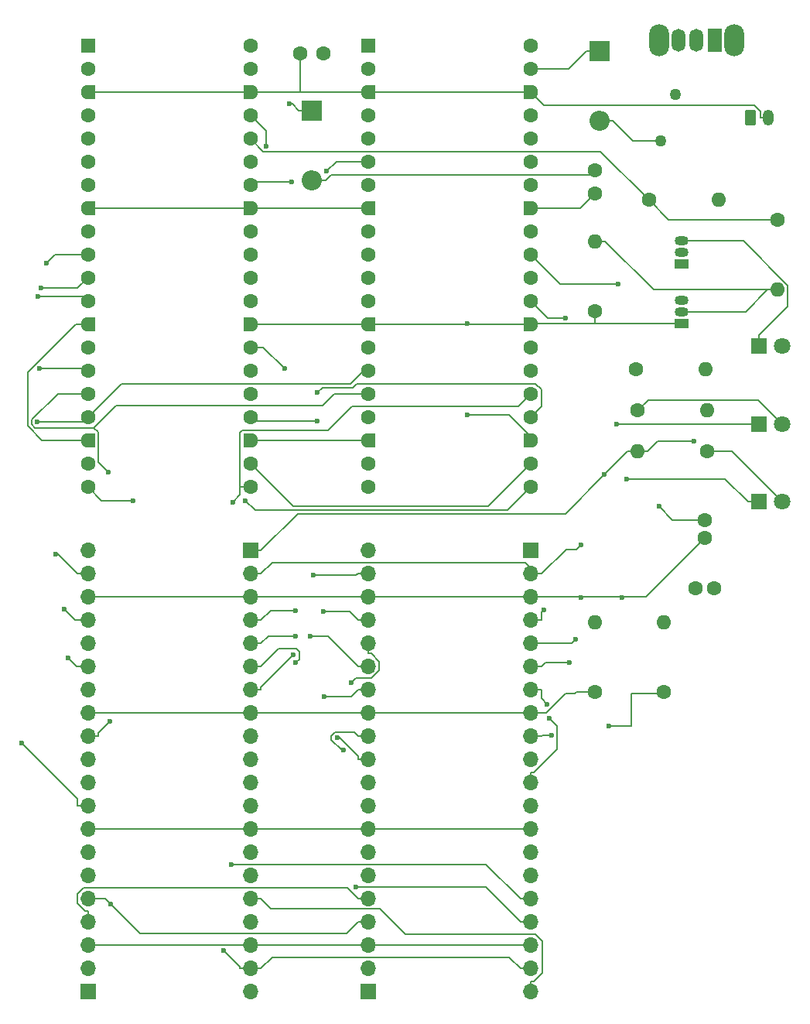
<source format=gbr>
%TF.GenerationSoftware,KiCad,Pcbnew,9.0.0*%
%TF.CreationDate,2025-09-21T20:59:59-04:00*%
%TF.ProjectId,Design V2.0,44657369-676e-4205-9632-2e302e6b6963,rev?*%
%TF.SameCoordinates,Original*%
%TF.FileFunction,Copper,L2,Bot*%
%TF.FilePolarity,Positive*%
%FSLAX46Y46*%
G04 Gerber Fmt 4.6, Leading zero omitted, Abs format (unit mm)*
G04 Created by KiCad (PCBNEW 9.0.0) date 2025-09-21 20:59:59*
%MOMM*%
%LPD*%
G01*
G04 APERTURE LIST*
G04 Aperture macros list*
%AMRoundRect*
0 Rectangle with rounded corners*
0 $1 Rounding radius*
0 $2 $3 $4 $5 $6 $7 $8 $9 X,Y pos of 4 corners*
0 Add a 4 corners polygon primitive as box body*
4,1,4,$2,$3,$4,$5,$6,$7,$8,$9,$2,$3,0*
0 Add four circle primitives for the rounded corners*
1,1,$1+$1,$2,$3*
1,1,$1+$1,$4,$5*
1,1,$1+$1,$6,$7*
1,1,$1+$1,$8,$9*
0 Add four rect primitives between the rounded corners*
20,1,$1+$1,$2,$3,$4,$5,0*
20,1,$1+$1,$4,$5,$6,$7,0*
20,1,$1+$1,$6,$7,$8,$9,0*
20,1,$1+$1,$8,$9,$2,$3,0*%
%AMFreePoly0*
4,1,37,0.603843,0.796157,0.639018,0.796157,0.711114,0.766294,0.766294,0.711114,0.796157,0.639018,0.796157,0.603843,0.800000,0.600000,0.800000,-0.600000,0.796157,-0.603843,0.796157,-0.639018,0.766294,-0.711114,0.711114,-0.766294,0.639018,-0.796157,0.603843,-0.796157,0.600000,-0.800000,0.000000,-0.800000,0.000000,-0.796148,-0.078414,-0.796148,-0.232228,-0.765552,-0.377117,-0.705537,
-0.507515,-0.618408,-0.618408,-0.507515,-0.705537,-0.377117,-0.765552,-0.232228,-0.796148,-0.078414,-0.796148,0.078414,-0.765552,0.232228,-0.705537,0.377117,-0.618408,0.507515,-0.507515,0.618408,-0.377117,0.705537,-0.232228,0.765552,-0.078414,0.796148,0.000000,0.796148,0.000000,0.800000,0.600000,0.800000,0.603843,0.796157,0.603843,0.796157,$1*%
%AMFreePoly1*
4,1,37,0.000000,0.796148,0.078414,0.796148,0.232228,0.765552,0.377117,0.705537,0.507515,0.618408,0.618408,0.507515,0.705537,0.377117,0.765552,0.232228,0.796148,0.078414,0.796148,-0.078414,0.765552,-0.232228,0.705537,-0.377117,0.618408,-0.507515,0.507515,-0.618408,0.377117,-0.705537,0.232228,-0.765552,0.078414,-0.796148,0.000000,-0.796148,0.000000,-0.800000,-0.600000,-0.800000,
-0.603843,-0.796157,-0.639018,-0.796157,-0.711114,-0.766294,-0.766294,-0.711114,-0.796157,-0.639018,-0.796157,-0.603843,-0.800000,-0.600000,-0.800000,0.600000,-0.796157,0.603843,-0.796157,0.639018,-0.766294,0.711114,-0.711114,0.766294,-0.639018,0.796157,-0.603843,0.796157,-0.600000,0.800000,0.000000,0.800000,0.000000,0.796148,0.000000,0.796148,$1*%
G04 Aperture macros list end*
%TA.AperFunction,Conductor*%
%ADD10C,0.200000*%
%TD*%
%TA.AperFunction,ComponentPad*%
%ADD11C,1.600000*%
%TD*%
%TA.AperFunction,ComponentPad*%
%ADD12O,1.600000X1.600000*%
%TD*%
%TA.AperFunction,ComponentPad*%
%ADD13R,1.800000X1.800000*%
%TD*%
%TA.AperFunction,ComponentPad*%
%ADD14C,1.800000*%
%TD*%
%TA.AperFunction,ComponentPad*%
%ADD15RoundRect,0.200000X-0.600000X-0.600000X0.600000X-0.600000X0.600000X0.600000X-0.600000X0.600000X0*%
%TD*%
%TA.AperFunction,ComponentPad*%
%ADD16FreePoly0,0.000000*%
%TD*%
%TA.AperFunction,ComponentPad*%
%ADD17FreePoly1,0.000000*%
%TD*%
%TA.AperFunction,ComponentPad*%
%ADD18C,1.270000*%
%TD*%
%TA.AperFunction,ComponentPad*%
%ADD19R,2.200000X2.200000*%
%TD*%
%TA.AperFunction,ComponentPad*%
%ADD20O,2.200000X2.200000*%
%TD*%
%TA.AperFunction,ComponentPad*%
%ADD21O,2.200000X3.500000*%
%TD*%
%TA.AperFunction,ComponentPad*%
%ADD22R,1.500000X2.500000*%
%TD*%
%TA.AperFunction,ComponentPad*%
%ADD23O,1.500000X2.500000*%
%TD*%
%TA.AperFunction,ComponentPad*%
%ADD24R,1.700000X1.700000*%
%TD*%
%TA.AperFunction,ComponentPad*%
%ADD25O,1.700000X1.700000*%
%TD*%
%TA.AperFunction,ComponentPad*%
%ADD26RoundRect,0.250000X-0.350000X-0.625000X0.350000X-0.625000X0.350000X0.625000X-0.350000X0.625000X0*%
%TD*%
%TA.AperFunction,ComponentPad*%
%ADD27O,1.200000X1.750000*%
%TD*%
%TA.AperFunction,ComponentPad*%
%ADD28R,1.500000X1.050000*%
%TD*%
%TA.AperFunction,ComponentPad*%
%ADD29O,1.500000X1.050000*%
%TD*%
%TA.AperFunction,ViaPad*%
%ADD30C,0.600000*%
%TD*%
G04 APERTURE END LIST*
D10*
%TO.N,B_3V3(OUT)*%
X228500000Y-103500000D02*
X232000000Y-103500000D01*
X228500000Y-107000000D02*
X228500000Y-103500000D01*
X226000000Y-107000000D02*
X228500000Y-107000000D01*
%TD*%
D11*
%TO.P,R6,1*%
%TO.N,GND*%
X224500000Y-61620000D03*
D12*
%TO.P,R6,2*%
%TO.N,Net-(Q4-B)*%
X224500000Y-54000000D03*
%TD*%
D11*
%TO.P,R5,1*%
%TO.N,A_3V3(OUT)*%
X244500000Y-51690000D03*
D12*
%TO.P,R5,2*%
%TO.N,Net-(Q4-B)*%
X244500000Y-59310000D03*
%TD*%
D13*
%TO.P,D4,1,K*%
%TO.N,~{STDBY}*%
X242460000Y-82500000D03*
D14*
%TO.P,D4,2,A*%
%TO.N,Net-(D4-A)*%
X245000000Y-82500000D03*
%TD*%
D11*
%TO.P,R8,1*%
%TO.N,Net-(D4-A)*%
X236810000Y-77000000D03*
D12*
%TO.P,R8,2*%
%TO.N,A-VBUS*%
X229190000Y-77000000D03*
%TD*%
D15*
%TO.P,A1,1,GPIO0*%
%TO.N,A_GPIO0*%
X169000000Y-32600000D03*
D11*
%TO.P,A1,2,GPIO1*%
%TO.N,A_GPIO1*%
X169000000Y-35140000D03*
D16*
%TO.P,A1,3,GND*%
%TO.N,GND*%
X169000000Y-37680000D03*
D11*
%TO.P,A1,4,GPIO2*%
%TO.N,A_GPIO2*%
X169000000Y-40220000D03*
%TO.P,A1,5,GPIO3*%
%TO.N,A_GPIO3*%
X169000000Y-42760000D03*
%TO.P,A1,6,GPIO4*%
%TO.N,A_GPIO4*%
X169000000Y-45300000D03*
%TO.P,A1,7,GPIO5*%
%TO.N,A_GPIO5*%
X169000000Y-47840000D03*
D16*
%TO.P,A1,8,GND*%
%TO.N,GND*%
X169000000Y-50380000D03*
D11*
%TO.P,A1,9,GPIO6*%
%TO.N,A_GPIO6*%
X169000000Y-52920000D03*
%TO.P,A1,10,GPIO7*%
%TO.N,A_GPIO7*%
X169000000Y-55460000D03*
%TO.P,A1,11,GPIO8*%
%TO.N,A_GPIO8*%
X169000000Y-58000000D03*
%TO.P,A1,12,GPIO9*%
%TO.N,A_GPIO9*%
X169000000Y-60540000D03*
D16*
%TO.P,A1,13,GND*%
%TO.N,GND*%
X169000000Y-63080000D03*
D11*
%TO.P,A1,14,GPIO10*%
%TO.N,A_GPIO10*%
X169000000Y-65620000D03*
%TO.P,A1,15,GPIO11*%
%TO.N,A_GPIO11*%
X169000000Y-68160000D03*
%TO.P,A1,16,GPIO12*%
%TO.N,UART_TX*%
X169000000Y-70700000D03*
%TO.P,A1,17,GPIO13*%
%TO.N,UART_RX*%
X169000000Y-73240000D03*
D16*
%TO.P,A1,18,GND*%
%TO.N,GND*%
X169000000Y-75780000D03*
D11*
%TO.P,A1,19,GPIO14*%
%TO.N,A_GPIO14*%
X169000000Y-78320000D03*
%TO.P,A1,20,GPIO15*%
%TO.N,A_GPIO15*%
X169000000Y-80860000D03*
%TO.P,A1,21,GPIO16*%
%TO.N,RX-TX*%
X186780000Y-80860000D03*
%TO.P,A1,22,GPIO17*%
%TO.N,CS*%
X186780000Y-78320000D03*
D17*
%TO.P,A1,23,GND*%
%TO.N,GND*%
X186780000Y-75780000D03*
D11*
%TO.P,A1,24,GPIO18*%
%TO.N,SCK*%
X186780000Y-73240000D03*
%TO.P,A1,25,GPIO19*%
%TO.N,TX-RX*%
X186780000Y-70700000D03*
%TO.P,A1,26,GPIO20*%
%TO.N,A_GPIO20*%
X186780000Y-68160000D03*
%TO.P,A1,27,GPIO21*%
%TO.N,A_GPIO21*%
X186780000Y-65620000D03*
D17*
%TO.P,A1,28,GND*%
%TO.N,GND*%
X186780000Y-63080000D03*
D11*
%TO.P,A1,29,GPIO22*%
%TO.N,A_GPIO22*%
X186780000Y-60540000D03*
%TO.P,A1,30,RUN*%
%TO.N,A_RUN*%
X186780000Y-58000000D03*
%TO.P,A1,31,GPIO26_ADC0*%
%TO.N,A_GPIO26*%
X186780000Y-55460000D03*
%TO.P,A1,32,GPIO27_ADC1*%
%TO.N,A_GPIO27*%
X186780000Y-52920000D03*
D17*
%TO.P,A1,33,AGND*%
%TO.N,GND*%
X186780000Y-50380000D03*
D11*
%TO.P,A1,34,GPIO28_ADC2*%
%TO.N,A_GPIO28*%
X186780000Y-47840000D03*
%TO.P,A1,35,ADC_VREF*%
%TO.N,A_ADC_VREF*%
X186780000Y-45300000D03*
%TO.P,A1,36,3V3*%
%TO.N,A_3V3(OUT)*%
X186780000Y-42760000D03*
%TO.P,A1,37,3V3_EN*%
%TO.N,A_3V3_EN*%
X186780000Y-40220000D03*
D17*
%TO.P,A1,38,GND*%
%TO.N,GND*%
X186780000Y-37680000D03*
D11*
%TO.P,A1,39,VSYS*%
%TO.N,Net-(A1-VSYS)*%
X186780000Y-35140000D03*
%TO.P,A1,40,VBUS*%
%TO.N,A-VBUS*%
X186780000Y-32600000D03*
%TD*%
D18*
%TO.P,F1,1*%
%TO.N,VSYS*%
X231700000Y-43050000D03*
%TO.P,F1,2*%
%TO.N,Net-(SW1-B)*%
X233300000Y-37950000D03*
%TD*%
D11*
%TO.P,R2,1*%
%TO.N,A_3V3(OUT)*%
X230380000Y-49500000D03*
D12*
%TO.P,R2,2*%
%TO.N,Net-(D2-A)*%
X238000000Y-49500000D03*
%TD*%
D19*
%TO.P,D5,1,K*%
%TO.N,Net-(A1-VSYS)*%
X193500000Y-39690000D03*
D20*
%TO.P,D5,2,A*%
%TO.N,VSYS*%
X193500000Y-47310000D03*
%TD*%
D21*
%TO.P,SW1,*%
%TO.N,*%
X239700000Y-32000000D03*
X231500000Y-32000000D03*
D22*
%TO.P,SW1,1,A*%
%TO.N,VBAT(+)*%
X237600000Y-32000000D03*
D23*
%TO.P,SW1,2,B*%
%TO.N,Net-(SW1-B)*%
X235600000Y-32000000D03*
%TO.P,SW1,3*%
%TO.N,N/C*%
X233600000Y-32000000D03*
%TD*%
D11*
%TO.P,C4,1*%
%TO.N,GND*%
X236500000Y-86500000D03*
%TO.P,C4,2*%
%TO.N,VBAT(+)*%
X236500000Y-84500000D03*
%TD*%
%TO.P,C2,1*%
%TO.N,GND*%
X224500000Y-48750000D03*
%TO.P,C2,2*%
%TO.N,VSYS*%
X224500000Y-46250000D03*
%TD*%
D24*
%TO.P,J4,1,Pin_1*%
%TO.N,B_GPIO15*%
X199720000Y-136060000D03*
D25*
%TO.P,J4,2,Pin_2*%
%TO.N,B_GPIO14*%
X199720000Y-133520000D03*
%TO.P,J4,3,Pin_3*%
%TO.N,GND*%
X199720000Y-130980000D03*
%TO.P,J4,4,Pin_4*%
%TO.N,UART_TX*%
X199720000Y-128440000D03*
%TO.P,J4,5,Pin_5*%
%TO.N,UART_RX*%
X199720000Y-125900000D03*
%TO.P,J4,6,Pin_6*%
%TO.N,B_GPIO11*%
X199720000Y-123360000D03*
%TO.P,J4,7,Pin_7*%
%TO.N,B_GPIO10*%
X199720000Y-120820000D03*
%TO.P,J4,8,Pin_8*%
%TO.N,GND*%
X199720000Y-118280000D03*
%TO.P,J4,9,Pin_9*%
%TO.N,B_GPIO9*%
X199720000Y-115740000D03*
%TO.P,J4,10,Pin_10*%
%TO.N,B_GPIO8*%
X199720000Y-113200000D03*
%TO.P,J4,11,Pin_11*%
%TO.N,B_GPIO7*%
X199720000Y-110660000D03*
%TO.P,J4,12,Pin_12*%
%TO.N,B_GPIO6*%
X199720000Y-108120000D03*
%TO.P,J4,13,Pin_13*%
%TO.N,GND*%
X199720000Y-105580000D03*
%TO.P,J4,14,Pin_14*%
%TO.N,B_GPIO5*%
X199720000Y-103040000D03*
%TO.P,J4,15,Pin_15*%
%TO.N,B_GPIO4*%
X199720000Y-100500000D03*
%TO.P,J4,16,Pin_16*%
%TO.N,B_GPIO3*%
X199720000Y-97960000D03*
%TO.P,J4,17,Pin_17*%
%TO.N,B_GPIO2*%
X199720000Y-95420000D03*
%TO.P,J4,18,Pin_18*%
%TO.N,GND*%
X199720000Y-92880000D03*
%TO.P,J4,19,Pin_19*%
%TO.N,B_GPIO1*%
X199720000Y-90340000D03*
%TO.P,J4,20,Pin_20*%
%TO.N,B_GPIO0*%
X199720000Y-87800000D03*
%TD*%
D24*
%TO.P,J3,1,Pin_1*%
%TO.N,A-VBUS*%
X186780000Y-87860000D03*
D25*
%TO.P,J3,2,Pin_2*%
%TO.N,VSYS*%
X186780000Y-90400000D03*
%TO.P,J3,3,Pin_3*%
%TO.N,GND*%
X186780000Y-92940000D03*
%TO.P,J3,4,Pin_4*%
%TO.N,A_3V3_EN*%
X186780000Y-95480000D03*
%TO.P,J3,5,Pin_5*%
%TO.N,A_3V3(OUT)*%
X186780000Y-98020000D03*
%TO.P,J3,6,Pin_6*%
%TO.N,A_ADC_VREF*%
X186780000Y-100560000D03*
%TO.P,J3,7,Pin_7*%
%TO.N,A_GPIO28*%
X186780000Y-103100000D03*
%TO.P,J3,8,Pin_8*%
%TO.N,GND*%
X186780000Y-105640000D03*
%TO.P,J3,9,Pin_9*%
%TO.N,A_GPIO27*%
X186780000Y-108180000D03*
%TO.P,J3,10,Pin_10*%
%TO.N,A_GPIO26*%
X186780000Y-110720000D03*
%TO.P,J3,11,Pin_11*%
%TO.N,A_RUN*%
X186780000Y-113260000D03*
%TO.P,J3,12,Pin_12*%
%TO.N,A_GPIO22*%
X186780000Y-115800000D03*
%TO.P,J3,13,Pin_13*%
%TO.N,GND*%
X186780000Y-118340000D03*
%TO.P,J3,14,Pin_14*%
%TO.N,A_GPIO21*%
X186780000Y-120880000D03*
%TO.P,J3,15,Pin_15*%
%TO.N,A_GPIO20*%
X186780000Y-123420000D03*
%TO.P,J3,16,Pin_16*%
%TO.N,TX-RX*%
X186780000Y-125960000D03*
%TO.P,J3,17,Pin_17*%
%TO.N,SCK*%
X186780000Y-128500000D03*
%TO.P,J3,18,Pin_18*%
%TO.N,GND*%
X186780000Y-131040000D03*
%TO.P,J3,19,Pin_19*%
%TO.N,CS*%
X186780000Y-133580000D03*
%TO.P,J3,20,Pin_20*%
%TO.N,RX-TX*%
X186780000Y-136120000D03*
%TD*%
D26*
%TO.P,J1,1,Pin_1*%
%TO.N,VBAT(+)*%
X241500000Y-40500000D03*
D27*
%TO.P,J1,2,Pin_2*%
%TO.N,GND*%
X243500000Y-40500000D03*
%TD*%
D11*
%TO.P,C1,1*%
%TO.N,VSYS*%
X194750000Y-33500000D03*
%TO.P,C1,2*%
%TO.N,GND*%
X192250000Y-33500000D03*
%TD*%
D24*
%TO.P,J2,1,Pin_1*%
%TO.N,A_GPIO15*%
X169000000Y-136060000D03*
D25*
%TO.P,J2,2,Pin_2*%
%TO.N,A_GPIO14*%
X169000000Y-133520000D03*
%TO.P,J2,3,Pin_3*%
%TO.N,GND*%
X169000000Y-130980000D03*
%TO.P,J2,4,Pin_4*%
%TO.N,UART_RX*%
X169000000Y-128440000D03*
%TO.P,J2,5,Pin_5*%
%TO.N,UART_TX*%
X169000000Y-125900000D03*
%TO.P,J2,6,Pin_6*%
%TO.N,A_GPIO11*%
X169000000Y-123360000D03*
%TO.P,J2,7,Pin_7*%
%TO.N,A_GPIO10*%
X169000000Y-120820000D03*
%TO.P,J2,8,Pin_8*%
%TO.N,GND*%
X169000000Y-118280000D03*
%TO.P,J2,9,Pin_9*%
%TO.N,A_GPIO9*%
X169000000Y-115740000D03*
%TO.P,J2,10,Pin_10*%
%TO.N,A_GPIO8*%
X169000000Y-113200000D03*
%TO.P,J2,11,Pin_11*%
%TO.N,A_GPIO7*%
X169000000Y-110660000D03*
%TO.P,J2,12,Pin_12*%
%TO.N,A_GPIO6*%
X169000000Y-108120000D03*
%TO.P,J2,13,Pin_13*%
%TO.N,GND*%
X169000000Y-105580000D03*
%TO.P,J2,14,Pin_14*%
%TO.N,A_GPIO5*%
X169000000Y-103040000D03*
%TO.P,J2,15,Pin_15*%
%TO.N,A_GPIO4*%
X169000000Y-100500000D03*
%TO.P,J2,16,Pin_16*%
%TO.N,A_GPIO3*%
X169000000Y-97960000D03*
%TO.P,J2,17,Pin_17*%
%TO.N,A_GPIO2*%
X169000000Y-95420000D03*
%TO.P,J2,18,Pin_18*%
%TO.N,GND*%
X169000000Y-92880000D03*
%TO.P,J2,19,Pin_19*%
%TO.N,A_GPIO1*%
X169000000Y-90340000D03*
%TO.P,J2,20,Pin_20*%
%TO.N,A_GPIO0*%
X169000000Y-87800000D03*
%TD*%
D11*
%TO.P,R7,1*%
%TO.N,Net-(Q3-E)*%
X229000000Y-68000000D03*
D12*
%TO.P,R7,2*%
%TO.N,Net-(Q3-B)*%
X236620000Y-68000000D03*
%TD*%
D13*
%TO.P,D2,1,K*%
%TO.N,Net-(D2-K)*%
X242460000Y-65500000D03*
D14*
%TO.P,D2,2,A*%
%TO.N,Net-(D2-A)*%
X245000000Y-65500000D03*
%TD*%
D13*
%TO.P,D3,1,K*%
%TO.N,~{CHRG}*%
X242460000Y-74000000D03*
D14*
%TO.P,D3,2,A*%
%TO.N,Net-(D3-A)*%
X245000000Y-74000000D03*
%TD*%
D11*
%TO.P,C3,1*%
%TO.N,GND*%
X237500000Y-92000000D03*
%TO.P,C3,2*%
%TO.N,A-VBUS*%
X235500000Y-92000000D03*
%TD*%
D19*
%TO.P,D6,1,K*%
%TO.N,Net-(A2-VSYS)*%
X225000000Y-33190000D03*
D20*
%TO.P,D6,2,A*%
%TO.N,VSYS*%
X225000000Y-40810000D03*
%TD*%
D28*
%TO.P,Q3,1,E*%
%TO.N,Net-(Q3-E)*%
X234000000Y-56500000D03*
D29*
%TO.P,Q3,2,B*%
%TO.N,Net-(Q3-B)*%
X234000000Y-55230000D03*
%TO.P,Q3,3,C*%
%TO.N,Net-(D2-K)*%
X234000000Y-53960000D03*
%TD*%
D11*
%TO.P,R3,1*%
%TO.N,Net-(D3-A)*%
X229190000Y-72500000D03*
D12*
%TO.P,R3,2*%
%TO.N,A-VBUS*%
X236810000Y-72500000D03*
%TD*%
D24*
%TO.P,J5,1,Pin_1*%
%TO.N,B-VBUS*%
X217500000Y-87860000D03*
D25*
%TO.P,J5,2,Pin_2*%
%TO.N,VSYS*%
X217500000Y-90400000D03*
%TO.P,J5,3,Pin_3*%
%TO.N,GND*%
X217500000Y-92940000D03*
%TO.P,J5,4,Pin_4*%
%TO.N,B_3V3_EN*%
X217500000Y-95480000D03*
%TO.P,J5,5,Pin_5*%
%TO.N,B_3V3(OUT)*%
X217500000Y-98020000D03*
%TO.P,J5,6,Pin_6*%
%TO.N,B_ADC_VREF*%
X217500000Y-100560000D03*
%TO.P,J5,7,Pin_7*%
%TO.N,B_GPIO28*%
X217500000Y-103100000D03*
%TO.P,J5,8,Pin_8*%
%TO.N,GND*%
X217500000Y-105640000D03*
%TO.P,J5,9,Pin_9*%
%TO.N,B_GPIO27*%
X217500000Y-108180000D03*
%TO.P,J5,10,Pin_10*%
%TO.N,B_GPIO26*%
X217500000Y-110720000D03*
%TO.P,J5,11,Pin_11*%
%TO.N,B_RUN*%
X217500000Y-113260000D03*
%TO.P,J5,12,Pin_12*%
%TO.N,B_GPIO22*%
X217500000Y-115800000D03*
%TO.P,J5,13,Pin_13*%
%TO.N,GND*%
X217500000Y-118340000D03*
%TO.P,J5,14,Pin_14*%
%TO.N,B_GPIO21*%
X217500000Y-120880000D03*
%TO.P,J5,15,Pin_15*%
%TO.N,B_GPIO20*%
X217500000Y-123420000D03*
%TO.P,J5,16,Pin_16*%
%TO.N,RX-TX*%
X217500000Y-125960000D03*
%TO.P,J5,17,Pin_17*%
%TO.N,SCK*%
X217500000Y-128500000D03*
%TO.P,J5,18,Pin_18*%
%TO.N,GND*%
X217500000Y-131040000D03*
%TO.P,J5,19,Pin_19*%
%TO.N,CS*%
X217500000Y-133580000D03*
%TO.P,J5,20,Pin_20*%
%TO.N,TX-RX*%
X217500000Y-136120000D03*
%TD*%
D15*
%TO.P,A2,1,GPIO0*%
%TO.N,B_GPIO0*%
X199720000Y-32600000D03*
D11*
%TO.P,A2,2,GPIO1*%
%TO.N,B_GPIO1*%
X199720000Y-35140000D03*
D16*
%TO.P,A2,3,GND*%
%TO.N,GND*%
X199720000Y-37680000D03*
D11*
%TO.P,A2,4,GPIO2*%
%TO.N,B_GPIO2*%
X199720000Y-40220000D03*
%TO.P,A2,5,GPIO3*%
%TO.N,B_GPIO3*%
X199720000Y-42760000D03*
%TO.P,A2,6,GPIO4*%
%TO.N,B_GPIO4*%
X199720000Y-45300000D03*
%TO.P,A2,7,GPIO5*%
%TO.N,B_GPIO5*%
X199720000Y-47840000D03*
D16*
%TO.P,A2,8,GND*%
%TO.N,GND*%
X199720000Y-50380000D03*
D11*
%TO.P,A2,9,GPIO6*%
%TO.N,B_GPIO6*%
X199720000Y-52920000D03*
%TO.P,A2,10,GPIO7*%
%TO.N,B_GPIO7*%
X199720000Y-55460000D03*
%TO.P,A2,11,GPIO8*%
%TO.N,B_GPIO8*%
X199720000Y-58000000D03*
%TO.P,A2,12,GPIO9*%
%TO.N,B_GPIO9*%
X199720000Y-60540000D03*
D16*
%TO.P,A2,13,GND*%
%TO.N,GND*%
X199720000Y-63080000D03*
D11*
%TO.P,A2,14,GPIO10*%
%TO.N,B_GPIO10*%
X199720000Y-65620000D03*
%TO.P,A2,15,GPIO11*%
%TO.N,UART_RX*%
X199720000Y-68160000D03*
%TO.P,A2,16,GPIO12*%
%TO.N,UART_TX*%
X199720000Y-70700000D03*
%TO.P,A2,17,GPIO13*%
%TO.N,B_GPIO13*%
X199720000Y-73240000D03*
D16*
%TO.P,A2,18,GND*%
%TO.N,GND*%
X199720000Y-75780000D03*
D11*
%TO.P,A2,19,GPIO14*%
%TO.N,B_GPIO14*%
X199720000Y-78320000D03*
%TO.P,A2,20,GPIO15*%
%TO.N,B_GPIO15*%
X199720000Y-80860000D03*
%TO.P,A2,21,GPIO16*%
%TO.N,TX-RX*%
X217500000Y-80860000D03*
%TO.P,A2,22,GPIO17*%
%TO.N,CS*%
X217500000Y-78320000D03*
D17*
%TO.P,A2,23,GND*%
%TO.N,GND*%
X217500000Y-75780000D03*
D11*
%TO.P,A2,24,GPIO18*%
%TO.N,SCK*%
X217500000Y-73240000D03*
%TO.P,A2,25,GPIO19*%
%TO.N,RX-TX*%
X217500000Y-70700000D03*
%TO.P,A2,26,GPIO20*%
%TO.N,B_GPIO20*%
X217500000Y-68160000D03*
%TO.P,A2,27,GPIO21*%
%TO.N,B_GPIO21*%
X217500000Y-65620000D03*
D17*
%TO.P,A2,28,GND*%
%TO.N,GND*%
X217500000Y-63080000D03*
D11*
%TO.P,A2,29,GPIO22*%
%TO.N,B_GPIO22*%
X217500000Y-60540000D03*
%TO.P,A2,30,RUN*%
%TO.N,B_RUN*%
X217500000Y-58000000D03*
%TO.P,A2,31,GPIO26_ADC0*%
%TO.N,B_GPIO26*%
X217500000Y-55460000D03*
%TO.P,A2,32,GPIO27_ADC1*%
%TO.N,B_GPIO27*%
X217500000Y-52920000D03*
D17*
%TO.P,A2,33,AGND*%
%TO.N,GND*%
X217500000Y-50380000D03*
D11*
%TO.P,A2,34,GPIO28_ADC2*%
%TO.N,B_GPIO28*%
X217500000Y-47840000D03*
%TO.P,A2,35,ADC_VREF*%
%TO.N,B_ADC_VREF*%
X217500000Y-45300000D03*
%TO.P,A2,36,3V3*%
%TO.N,B_3V3(OUT)*%
X217500000Y-42760000D03*
%TO.P,A2,37,3V3_EN*%
%TO.N,B_3V3_EN*%
X217500000Y-40220000D03*
D17*
%TO.P,A2,38,GND*%
%TO.N,GND*%
X217500000Y-37680000D03*
D11*
%TO.P,A2,39,VSYS*%
%TO.N,Net-(A2-VSYS)*%
X217500000Y-35140000D03*
%TO.P,A2,40,VBUS*%
%TO.N,B-VBUS*%
X217500000Y-32600000D03*
%TD*%
D28*
%TO.P,Q4,1,E*%
%TO.N,GND*%
X234000000Y-63000000D03*
D29*
%TO.P,Q4,2,B*%
%TO.N,Net-(Q4-B)*%
X234000000Y-61730000D03*
%TO.P,Q4,3,C*%
%TO.N,Net-(Q3-E)*%
X234000000Y-60460000D03*
%TD*%
D11*
%TO.P,R4,1*%
%TO.N,B_3V3(OUT)*%
X232000000Y-103310000D03*
D12*
%TO.P,R4,2*%
%TO.N,Net-(Q3-B)*%
X232000000Y-95690000D03*
%TD*%
D11*
%TO.P,R1,1*%
%TO.N,GND*%
X224500000Y-103310000D03*
D12*
%TO.P,R1,2*%
%TO.N,Net-(U1-PROG)*%
X224500000Y-95690000D03*
%TD*%
D30*
%TO.N,B_3V3(OUT)*%
X226000000Y-107000000D03*
%TO.N,GND*%
X210500000Y-63000000D03*
X210500000Y-73000000D03*
%TO.N,A-VBUS*%
X225544150Y-79544150D03*
%TO.N,VBAT(+)*%
X231499500Y-83000500D03*
%TO.N,GND*%
X227500000Y-93000000D03*
X223000000Y-93000000D03*
%TO.N,~{STDBY}*%
X228000000Y-80000000D03*
%TO.N,~{CHRG}*%
X226865000Y-74018200D03*
%TO.N,VSYS*%
X222946100Y-87259900D03*
%TO.N,B_3V3_EN*%
X218883400Y-94359700D03*
%TO.N,B_GPIO22*%
X221291600Y-62383500D03*
%TO.N,B_GPIO3*%
X197842100Y-102277000D03*
%TO.N,B_GPIO2*%
X194752900Y-94511400D03*
%TO.N,B_GPIO28*%
X219275600Y-104653000D03*
%TO.N,B_GPIO1*%
X193655200Y-90553800D03*
%TO.N,B_3V3(OUT)*%
X222413700Y-97539500D03*
%TO.N,B_GPIO26*%
X227064700Y-58672900D03*
%TO.N,B_GPIO4*%
X195139100Y-46371800D03*
X193373000Y-97211300D03*
%TO.N,B_ADC_VREF*%
X221694800Y-100138300D03*
%TO.N,B_RUN*%
X219476400Y-106194700D03*
%TO.N,B_GPIO5*%
X194834300Y-103814800D03*
%TO.N,B_GPIO27*%
X219730900Y-108066100D03*
%TO.N,B_GPIO6*%
X197014600Y-109698400D03*
%TO.N,B_GPIO7*%
X196260700Y-108325800D03*
%TO.N,A_GPIO15*%
X173946300Y-82361800D03*
%TO.N,A_GPIO28*%
X191501400Y-99212300D03*
X191286000Y-47518500D03*
%TO.N,A_GPIO11*%
X163722400Y-67928300D03*
%TO.N,UART_TX*%
X171487100Y-126494300D03*
X171215500Y-79306700D03*
%TO.N,A_GPIO21*%
X190515900Y-67928300D03*
%TO.N,A_GPIO9*%
X161796600Y-108924500D03*
X163558500Y-60025500D03*
%TO.N,A_GPIO1*%
X165467300Y-88267800D03*
%TO.N,A_ADC_VREF*%
X191749300Y-100139600D03*
%TO.N,A_GPIO4*%
X166837600Y-99602100D03*
%TO.N,RX-TX*%
X184841800Y-82569800D03*
X184731100Y-122162500D03*
%TO.N,A-VBUS*%
X235330100Y-75926600D03*
%TO.N,A_GPIO8*%
X163867400Y-59142200D03*
%TO.N,CS*%
X183845900Y-131610700D03*
%TO.N,TX-RX*%
X186256000Y-82365300D03*
%TO.N,A_GPIO6*%
X171417300Y-106536500D03*
%TO.N,A_3V3_EN*%
X188486600Y-43590500D03*
X191727000Y-94393900D03*
%TO.N,UART_RX*%
X163485400Y-73783300D03*
%TO.N,A_GPIO7*%
X164463800Y-56421200D03*
%TO.N,Net-(A1-VSYS)*%
X191083500Y-38969300D03*
%TO.N,A_GPIO2*%
X166411300Y-94258400D03*
%TO.N,A_3V3(OUT)*%
X191749300Y-97211300D03*
%TO.N,SCK*%
X198299600Y-124692300D03*
X194078800Y-73711700D03*
X194078800Y-70592300D03*
%TD*%
D10*
%TO.N,GND*%
X222500000Y-103310000D02*
X224500000Y-103310000D01*
X221279500Y-103500000D02*
X222310000Y-103500000D01*
X222310000Y-103500000D02*
X222500000Y-103310000D01*
X219139500Y-105640000D02*
X221279500Y-103500000D01*
X217500000Y-105640000D02*
X219139500Y-105640000D01*
X217500000Y-75377164D02*
X215122836Y-73000000D01*
X217500000Y-75780000D02*
X217500000Y-75377164D01*
X215122836Y-73000000D02*
X210500000Y-73000000D01*
%TO.N,A-VBUS*%
X225544150Y-79544150D02*
X228088300Y-77000000D01*
%TO.N,~{CHRG}*%
X227313400Y-74000000D02*
X242460000Y-74000000D01*
X226865000Y-74018200D02*
X227295200Y-74018200D01*
X227295200Y-74018200D02*
X227313400Y-74000000D01*
%TO.N,~{STDBY}*%
X241258300Y-82500000D02*
X242460000Y-82500000D01*
X228000000Y-80000000D02*
X238758300Y-80000000D01*
X238758300Y-80000000D02*
X241258300Y-82500000D01*
%TO.N,VBAT(+)*%
X231499500Y-83000500D02*
X232999000Y-84500000D01*
X232999000Y-84500000D02*
X236500000Y-84500000D01*
X231499000Y-83000000D02*
X231499500Y-83000500D01*
%TO.N,VSYS*%
X218651700Y-90400000D02*
X218075900Y-90400000D01*
X221341700Y-87710000D02*
X218651700Y-90400000D01*
X222496000Y-87710000D02*
X221341700Y-87710000D01*
X222946100Y-87259900D02*
X222496000Y-87710000D01*
%TO.N,Net-(Q4-B)*%
X240978300Y-61730000D02*
X243398300Y-59310000D01*
X234000000Y-61730000D02*
X240978300Y-61730000D01*
X244500000Y-59310000D02*
X243398300Y-59310000D01*
X230911700Y-59310000D02*
X243398300Y-59310000D01*
X225601700Y-54000000D02*
X230911700Y-59310000D01*
X224500000Y-54000000D02*
X225601700Y-54000000D01*
%TO.N,Net-(D4-A)*%
X239500000Y-77000000D02*
X236810000Y-77000000D01*
X245000000Y-82500000D02*
X239500000Y-77000000D01*
%TO.N,Net-(D3-A)*%
X230315600Y-71374400D02*
X229190000Y-72500000D01*
X242374400Y-71374400D02*
X230315600Y-71374400D01*
X245000000Y-74000000D02*
X242374400Y-71374400D01*
%TO.N,Net-(D2-K)*%
X240716700Y-53960000D02*
X234000000Y-53960000D01*
X245612500Y-58855800D02*
X240716700Y-53960000D01*
X245612500Y-61145800D02*
X245612500Y-58855800D01*
X242460000Y-64298300D02*
X245612500Y-61145800D01*
X242460000Y-65500000D02*
X242460000Y-64298300D01*
%TO.N,VSYS*%
X228641700Y-43050000D02*
X226401700Y-40810000D01*
X231700000Y-43050000D02*
X228641700Y-43050000D01*
X225000000Y-40810000D02*
X226401700Y-40810000D01*
X193500000Y-47310000D02*
X194901700Y-47310000D01*
X224020700Y-46729300D02*
X224500000Y-46250000D01*
X195632500Y-46729300D02*
X224020700Y-46729300D01*
X195051800Y-47310000D02*
X195632500Y-46729300D01*
X194901700Y-47310000D02*
X195051800Y-47310000D01*
X217500000Y-90400000D02*
X218075900Y-90400000D01*
X189165000Y-89166700D02*
X187931700Y-90400000D01*
X216842600Y-89166700D02*
X189165000Y-89166700D01*
X218075900Y-90400000D02*
X216842600Y-89166700D01*
X186780000Y-90400000D02*
X187931700Y-90400000D01*
%TO.N,B_3V3_EN*%
X217500000Y-95480000D02*
X218651700Y-95480000D01*
X218651700Y-94591400D02*
X218883400Y-94359700D01*
X218651700Y-95480000D02*
X218651700Y-94591400D01*
%TO.N,B_GPIO22*%
X219343500Y-62383500D02*
X221291600Y-62383500D01*
X217500000Y-60540000D02*
X219343500Y-62383500D01*
%TO.N,B_GPIO3*%
X199720000Y-97960000D02*
X199720000Y-99111700D01*
X198303600Y-101815500D02*
X197842100Y-102277000D01*
X200051700Y-101815500D02*
X198303600Y-101815500D01*
X200914200Y-100953000D02*
X200051700Y-101815500D01*
X200914200Y-100018000D02*
X200914200Y-100953000D01*
X200007900Y-99111700D02*
X200914200Y-100018000D01*
X199720000Y-99111700D02*
X200007900Y-99111700D01*
%TO.N,Net-(A2-VSYS)*%
X221648300Y-35140000D02*
X217500000Y-35140000D01*
X223598300Y-33190000D02*
X221648300Y-35140000D01*
X225000000Y-33190000D02*
X223598300Y-33190000D01*
%TO.N,B_GPIO2*%
X199720000Y-95420000D02*
X198568300Y-95420000D01*
X197659700Y-94511400D02*
X194752900Y-94511400D01*
X198568300Y-95420000D02*
X197659700Y-94511400D01*
%TO.N,B_GPIO28*%
X218651700Y-104029100D02*
X219275600Y-104653000D01*
X218651700Y-103100000D02*
X218651700Y-104029100D01*
X217500000Y-103100000D02*
X218651700Y-103100000D01*
%TO.N,B_GPIO1*%
X199720000Y-90340000D02*
X198568300Y-90340000D01*
X198354500Y-90553800D02*
X193655200Y-90553800D01*
X198568300Y-90340000D02*
X198354500Y-90553800D01*
%TO.N,B_3V3(OUT)*%
X221933200Y-98020000D02*
X222413700Y-97539500D01*
X217500000Y-98020000D02*
X221933200Y-98020000D01*
%TO.N,B_GPIO26*%
X220712900Y-58672900D02*
X227064700Y-58672900D01*
X217500000Y-55460000D02*
X220712900Y-58672900D01*
%TO.N,B_GPIO4*%
X199720000Y-100500000D02*
X198568300Y-100500000D01*
X196210900Y-45300000D02*
X195139100Y-46371800D01*
X199720000Y-45300000D02*
X196210900Y-45300000D01*
X195279600Y-97211300D02*
X198568300Y-100500000D01*
X193334200Y-97211300D02*
X195279600Y-97211300D01*
X193334200Y-97211300D02*
X193373000Y-97211300D01*
%TO.N,B_ADC_VREF*%
X217500000Y-100560000D02*
X218651700Y-100560000D01*
X219073400Y-100138300D02*
X221694800Y-100138300D01*
X218651700Y-100560000D02*
X219073400Y-100138300D01*
%TO.N,B_RUN*%
X220337100Y-107055400D02*
X219476400Y-106194700D01*
X220337100Y-109559100D02*
X220337100Y-107055400D01*
X217787900Y-112108300D02*
X220337100Y-109559100D01*
X217500000Y-112108300D02*
X217787900Y-112108300D01*
X217500000Y-113260000D02*
X217500000Y-112108300D01*
%TO.N,B_GPIO5*%
X197793500Y-103814800D02*
X198568300Y-103040000D01*
X194834300Y-103814800D02*
X197793500Y-103814800D01*
X199720000Y-103040000D02*
X198568300Y-103040000D01*
%TO.N,B_GPIO27*%
X218765600Y-108066100D02*
X218651700Y-108180000D01*
X219732500Y-108066100D02*
X218765600Y-108066100D01*
X217500000Y-108180000D02*
X218651700Y-108180000D01*
X219732500Y-108066100D02*
X219730900Y-108066100D01*
%TO.N,B_GPIO6*%
X199720000Y-108120000D02*
X198568300Y-108120000D01*
X196769500Y-109698400D02*
X197014600Y-109698400D01*
X195613400Y-108542300D02*
X196769500Y-109698400D01*
X195613400Y-108122300D02*
X195613400Y-108542300D01*
X196011600Y-107724100D02*
X195613400Y-108122300D01*
X198172400Y-107724100D02*
X196011600Y-107724100D01*
X198568300Y-108120000D02*
X198172400Y-107724100D01*
%TO.N,B_GPIO7*%
X196542000Y-108325800D02*
X196260700Y-108325800D01*
X198568300Y-110352100D02*
X196542000Y-108325800D01*
X198568300Y-110660000D02*
X198568300Y-110352100D01*
X199720000Y-110660000D02*
X198568300Y-110660000D01*
%TO.N,A_GPIO15*%
X170501800Y-82361800D02*
X173946300Y-82361800D01*
X169000000Y-80860000D02*
X170501800Y-82361800D01*
%TO.N,A_GPIO28*%
X187931700Y-102782000D02*
X191501400Y-99212300D01*
X187931700Y-103100000D02*
X187931700Y-102782000D01*
X187101500Y-47518500D02*
X186780000Y-47840000D01*
X191286000Y-47518500D02*
X187101500Y-47518500D01*
X186780000Y-103100000D02*
X187931700Y-103100000D01*
%TO.N,A_GPIO11*%
X168768300Y-67928300D02*
X169000000Y-68160000D01*
X163722400Y-67928300D02*
X168768300Y-67928300D01*
%TO.N,UART_TX*%
X199720000Y-128440000D02*
X198568300Y-128440000D01*
X169000000Y-125900000D02*
X170050900Y-125900000D01*
X195981000Y-70700000D02*
X199720000Y-70700000D01*
X194692800Y-71988200D02*
X195981000Y-70700000D01*
X172058100Y-71988200D02*
X194692800Y-71988200D01*
X169628300Y-74418000D02*
X172058100Y-71988200D01*
X170111300Y-74901000D02*
X169628300Y-74418000D01*
X170111300Y-78202500D02*
X170111300Y-74901000D01*
X171215500Y-79306700D02*
X170111300Y-78202500D01*
X163237900Y-74418000D02*
X169628300Y-74418000D01*
X162871100Y-74051200D02*
X163237900Y-74418000D01*
X162871100Y-73545700D02*
X162871100Y-74051200D01*
X165716800Y-70700000D02*
X162871100Y-73545700D01*
X169000000Y-70700000D02*
X165716800Y-70700000D01*
X170892800Y-125900000D02*
X171487100Y-126494300D01*
X170050900Y-125900000D02*
X170892800Y-125900000D01*
X174692200Y-129699400D02*
X171487100Y-126494300D01*
X197308900Y-129699400D02*
X174692200Y-129699400D01*
X198568300Y-128440000D02*
X197308900Y-129699400D01*
%TO.N,A_GPIO21*%
X188207600Y-65620000D02*
X190515900Y-67928300D01*
X186780000Y-65620000D02*
X188207600Y-65620000D01*
%TO.N,A_GPIO9*%
X167848300Y-114976200D02*
X161796600Y-108924500D01*
X167848300Y-115740000D02*
X167848300Y-114976200D01*
X168485500Y-60025500D02*
X169000000Y-60540000D01*
X163558500Y-60025500D02*
X168485500Y-60025500D01*
X169000000Y-115740000D02*
X167848300Y-115740000D01*
%TO.N,A_GPIO1*%
X169000000Y-90340000D02*
X167848300Y-90340000D01*
X165776100Y-88267800D02*
X165467300Y-88267800D01*
X167848300Y-90340000D02*
X165776100Y-88267800D01*
%TO.N,A_ADC_VREF*%
X192142600Y-99746300D02*
X191749300Y-100139600D01*
X192142600Y-98946200D02*
X192142600Y-99746300D01*
X191790800Y-98594400D02*
X192142600Y-98946200D01*
X189897300Y-98594400D02*
X191790800Y-98594400D01*
X187931700Y-100560000D02*
X189897300Y-98594400D01*
X186780000Y-100560000D02*
X187931700Y-100560000D01*
%TO.N,A_GPIO4*%
X167735500Y-100500000D02*
X166837600Y-99602100D01*
X169000000Y-100500000D02*
X167735500Y-100500000D01*
%TO.N,RX-TX*%
X212550800Y-122162500D02*
X216348300Y-125960000D01*
X184731100Y-122162500D02*
X212550800Y-122162500D01*
X217500000Y-125960000D02*
X216348300Y-125960000D01*
X185644100Y-80860000D02*
X185644200Y-80860000D01*
X185644100Y-81767500D02*
X185644100Y-80860000D01*
X184841800Y-82569800D02*
X185644100Y-81767500D01*
X216125000Y-72075000D02*
X217500000Y-70700000D01*
X197871300Y-72075000D02*
X216125000Y-72075000D01*
X195268000Y-74678300D02*
X197871300Y-72075000D01*
X185909500Y-74678300D02*
X195268000Y-74678300D01*
X185644200Y-74943600D02*
X185909500Y-74678300D01*
X185644200Y-80860000D02*
X185644200Y-74943600D01*
X186780000Y-80860000D02*
X185644200Y-80860000D01*
%TO.N,A-VBUS*%
X186780000Y-87860000D02*
X187931700Y-87860000D01*
X229190000Y-77000000D02*
X228088300Y-77000000D01*
X229190000Y-77000000D02*
X230291700Y-77000000D01*
X231365100Y-75926600D02*
X230291700Y-77000000D01*
X235330100Y-75926600D02*
X231365100Y-75926600D01*
X221251600Y-83836700D02*
X225544150Y-79544150D01*
X191955000Y-83836700D02*
X221251600Y-83836700D01*
X187931700Y-87860000D02*
X191955000Y-83836700D01*
%TO.N,A_GPIO8*%
X167857800Y-59142200D02*
X163867400Y-59142200D01*
X169000000Y-58000000D02*
X167857800Y-59142200D01*
%TO.N,CS*%
X189147800Y-132363900D02*
X187931700Y-133580000D01*
X215132200Y-132363900D02*
X189147800Y-132363900D01*
X216348300Y-133580000D02*
X215132200Y-132363900D01*
X217500000Y-133580000D02*
X216348300Y-133580000D01*
X187332800Y-133580000D02*
X187931700Y-133580000D01*
X187332800Y-133580000D02*
X186780000Y-133580000D01*
X185628300Y-133393100D02*
X183845900Y-131610700D01*
X185628300Y-133580000D02*
X185628300Y-133393100D01*
X186780000Y-133580000D02*
X185628300Y-133580000D01*
X212786700Y-83033300D02*
X217500000Y-78320000D01*
X191493300Y-83033300D02*
X212786700Y-83033300D01*
X186780000Y-78320000D02*
X191493300Y-83033300D01*
%TO.N,TX-RX*%
X189024800Y-127053100D02*
X187931700Y-125960000D01*
X200964700Y-127053100D02*
X189024800Y-127053100D01*
X203727100Y-129815500D02*
X200964700Y-127053100D01*
X217933400Y-129815500D02*
X203727100Y-129815500D01*
X218699900Y-130582000D02*
X217933400Y-129815500D01*
X218699900Y-134056300D02*
X218699900Y-130582000D01*
X217787900Y-134968300D02*
X218699900Y-134056300D01*
X217500000Y-134968300D02*
X217787900Y-134968300D01*
X217500000Y-136120000D02*
X217500000Y-134968300D01*
X186780000Y-125960000D02*
X187931700Y-125960000D01*
X214925000Y-83435000D02*
X217500000Y-80860000D01*
X187325700Y-83435000D02*
X214925000Y-83435000D01*
X186256000Y-82365300D02*
X187325700Y-83435000D01*
%TO.N,A_GPIO6*%
X170151700Y-107802100D02*
X171417300Y-106536500D01*
X170151700Y-108120000D02*
X170151700Y-107802100D01*
X169000000Y-108120000D02*
X170151700Y-108120000D01*
%TO.N,A_3V3_EN*%
X188486600Y-41926600D02*
X188486600Y-43590500D01*
X186780000Y-40220000D02*
X188486600Y-41926600D01*
X186780000Y-95480000D02*
X187931700Y-95480000D01*
X189017800Y-94393900D02*
X191727000Y-94393900D01*
X187931700Y-95480000D02*
X189017800Y-94393900D01*
%TO.N,UART_RX*%
X197405600Y-124737300D02*
X198568300Y-125900000D01*
X168501600Y-124737300D02*
X197405600Y-124737300D01*
X167839500Y-125399400D02*
X168501600Y-124737300D01*
X167839500Y-126415700D02*
X167839500Y-125399400D01*
X168712100Y-127288300D02*
X167839500Y-126415700D01*
X169000000Y-127288300D02*
X168712100Y-127288300D01*
X169000000Y-128440000D02*
X169000000Y-127288300D01*
X199720000Y-125900000D02*
X198568300Y-125900000D01*
X168456700Y-73783300D02*
X169000000Y-73240000D01*
X163485400Y-73783300D02*
X168456700Y-73783300D01*
X172644800Y-69595200D02*
X169000000Y-73240000D01*
X197716900Y-69595200D02*
X172644800Y-69595200D01*
X199152100Y-68160000D02*
X197716900Y-69595200D01*
X199720000Y-68160000D02*
X199152100Y-68160000D01*
%TO.N,A_GPIO7*%
X165425000Y-55460000D02*
X169000000Y-55460000D01*
X164463800Y-56421200D02*
X165425000Y-55460000D01*
%TO.N,Net-(A1-VSYS)*%
X191353000Y-38944700D02*
X191057300Y-38944700D01*
X192098300Y-39690000D02*
X191353000Y-38944700D01*
X193500000Y-39690000D02*
X192098300Y-39690000D01*
X191058900Y-38944700D02*
X191083500Y-38969300D01*
X191057300Y-38944700D02*
X191058900Y-38944700D01*
%TO.N,A_GPIO2*%
X167572900Y-95420000D02*
X166411300Y-94258400D01*
X169000000Y-95420000D02*
X167572900Y-95420000D01*
%TO.N,A_3V3(OUT)*%
X232570000Y-51690000D02*
X230380000Y-49500000D01*
X244500000Y-51690000D02*
X232570000Y-51690000D01*
X188740400Y-97211300D02*
X187931700Y-98020000D01*
X191749300Y-97211300D02*
X188740400Y-97211300D01*
X186780000Y-98020000D02*
X187931700Y-98020000D01*
X225072200Y-44192200D02*
X230380000Y-49500000D01*
X188212200Y-44192200D02*
X225072200Y-44192200D01*
X186780000Y-42760000D02*
X188212200Y-44192200D01*
%TO.N,SCK*%
X212540600Y-124692300D02*
X216348300Y-128500000D01*
X198299600Y-124692300D02*
X212540600Y-124692300D01*
X217500000Y-128500000D02*
X216348300Y-128500000D01*
X194665100Y-70006000D02*
X194078800Y-70592300D01*
X198015400Y-70006000D02*
X194665100Y-70006000D01*
X198426200Y-69595200D02*
X198015400Y-70006000D01*
X217995900Y-69595200D02*
X198426200Y-69595200D01*
X218651800Y-70251100D02*
X217995900Y-69595200D01*
X218651800Y-72088200D02*
X218651800Y-70251100D01*
X217500000Y-73240000D02*
X218651800Y-72088200D01*
X187251700Y-73711700D02*
X194078800Y-73711700D01*
X186780000Y-73240000D02*
X187251700Y-73711700D01*
%TO.N,GND*%
X185568300Y-130980000D02*
X185628300Y-131040000D01*
X169000000Y-130980000D02*
X185568300Y-130980000D01*
X198508300Y-92940000D02*
X186780000Y-92940000D01*
X198568300Y-92880000D02*
X198508300Y-92940000D01*
X199720000Y-92880000D02*
X198568300Y-92880000D01*
X186204200Y-131040000D02*
X185628300Y-131040000D01*
X186204200Y-131040000D02*
X186780000Y-131040000D01*
X198508300Y-131040000D02*
X198568300Y-130980000D01*
X186780000Y-131040000D02*
X198508300Y-131040000D01*
X199144200Y-130980000D02*
X198568300Y-130980000D01*
X199144200Y-130980000D02*
X199720000Y-130980000D01*
X216288300Y-130980000D02*
X216348300Y-131040000D01*
X199720000Y-130980000D02*
X216288300Y-130980000D01*
X217500000Y-131040000D02*
X216348300Y-131040000D01*
X200931700Y-92940000D02*
X200871700Y-92880000D01*
X217500000Y-92940000D02*
X200931700Y-92940000D01*
X199720000Y-92880000D02*
X200871700Y-92880000D01*
X217500000Y-37680000D02*
X199720000Y-37680000D01*
X217500000Y-92940000D02*
X218651700Y-92940000D01*
X186780000Y-37680000D02*
X169000000Y-37680000D01*
X186780000Y-63080000D02*
X199720000Y-63080000D01*
X170211700Y-105640000D02*
X170151700Y-105580000D01*
X186780000Y-105640000D02*
X170211700Y-105640000D01*
X169000000Y-105580000D02*
X170151700Y-105580000D01*
X198508300Y-118340000D02*
X186780000Y-118340000D01*
X198568300Y-118280000D02*
X198508300Y-118340000D01*
X199720000Y-118280000D02*
X198568300Y-118280000D01*
X218939800Y-39119800D02*
X217500000Y-37680000D01*
X241894400Y-39119800D02*
X218939800Y-39119800D01*
X242598300Y-39823700D02*
X241894400Y-39119800D01*
X242598300Y-40500000D02*
X242598300Y-39823700D01*
X243500000Y-40500000D02*
X242598300Y-40500000D01*
X169000000Y-50380000D02*
X186780000Y-50380000D01*
X199720000Y-50380000D02*
X186780000Y-50380000D01*
X222870000Y-50380000D02*
X224500000Y-48750000D01*
X217500000Y-50380000D02*
X222870000Y-50380000D01*
X216288300Y-118280000D02*
X216348300Y-118340000D01*
X199720000Y-118280000D02*
X216288300Y-118280000D01*
X217500000Y-118340000D02*
X216348300Y-118340000D01*
X185568300Y-118280000D02*
X185628300Y-118340000D01*
X169000000Y-118280000D02*
X185568300Y-118280000D01*
X186780000Y-118340000D02*
X185628300Y-118340000D01*
X187991700Y-105580000D02*
X187931700Y-105640000D01*
X199720000Y-105580000D02*
X187991700Y-105580000D01*
X186780000Y-105640000D02*
X187931700Y-105640000D01*
X170211700Y-92940000D02*
X170151700Y-92880000D01*
X186780000Y-92940000D02*
X170211700Y-92940000D01*
X169000000Y-92880000D02*
X170151700Y-92880000D01*
X224500000Y-63000000D02*
X224500000Y-61620000D01*
X234000000Y-63000000D02*
X224500000Y-63000000D01*
X192250000Y-33500000D02*
X192250000Y-37680000D01*
X199720000Y-37680000D02*
X192250000Y-37680000D01*
X192250000Y-37680000D02*
X186780000Y-37680000D01*
X217580000Y-63000000D02*
X217500000Y-63080000D01*
X224500000Y-63000000D02*
X217580000Y-63000000D01*
X217500000Y-63080000D02*
X199720000Y-63080000D01*
X199720000Y-75780000D02*
X186780000Y-75780000D01*
X200931700Y-105640000D02*
X200871700Y-105580000D01*
X217500000Y-105640000D02*
X200931700Y-105640000D01*
X199720000Y-105580000D02*
X200871700Y-105580000D01*
X167658000Y-63080000D02*
X169000000Y-63080000D01*
X162410600Y-68327400D02*
X167658000Y-63080000D01*
X162410600Y-74205800D02*
X162410600Y-68327400D01*
X163984800Y-75780000D02*
X162410600Y-74205800D01*
X169000000Y-75780000D02*
X163984800Y-75780000D01*
X230060000Y-92940000D02*
X236500000Y-86500000D01*
X218651700Y-92940000D02*
X230060000Y-92940000D01*
%TD*%
M02*

</source>
